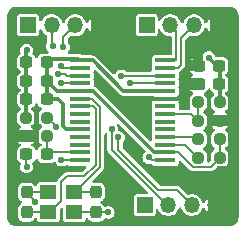
<source format=gbr>
%TF.GenerationSoftware,KiCad,Pcbnew,7.0.7*%
%TF.CreationDate,2023-08-27T10:12:23+07:00*%
%TF.ProjectId,TinyUSBHub,54696e79-5553-4424-9875-622e6b696361,rev?*%
%TF.SameCoordinates,Original*%
%TF.FileFunction,Copper,L1,Top*%
%TF.FilePolarity,Positive*%
%FSLAX46Y46*%
G04 Gerber Fmt 4.6, Leading zero omitted, Abs format (unit mm)*
G04 Created by KiCad (PCBNEW 7.0.7) date 2023-08-27 10:12:23*
%MOMM*%
%LPD*%
G01*
G04 APERTURE LIST*
G04 Aperture macros list*
%AMRoundRect*
0 Rectangle with rounded corners*
0 $1 Rounding radius*
0 $2 $3 $4 $5 $6 $7 $8 $9 X,Y pos of 4 corners*
0 Add a 4 corners polygon primitive as box body*
4,1,4,$2,$3,$4,$5,$6,$7,$8,$9,$2,$3,0*
0 Add four circle primitives for the rounded corners*
1,1,$1+$1,$2,$3*
1,1,$1+$1,$4,$5*
1,1,$1+$1,$6,$7*
1,1,$1+$1,$8,$9*
0 Add four rect primitives between the rounded corners*
20,1,$1+$1,$2,$3,$4,$5,0*
20,1,$1+$1,$4,$5,$6,$7,0*
20,1,$1+$1,$6,$7,$8,$9,0*
20,1,$1+$1,$8,$9,$2,$3,0*%
G04 Aperture macros list end*
%TA.AperFunction,ComponentPad*%
%ADD10R,1.350000X1.350000*%
%TD*%
%TA.AperFunction,ComponentPad*%
%ADD11O,1.350000X1.350000*%
%TD*%
%TA.AperFunction,SMDPad,CuDef*%
%ADD12R,1.400000X1.200000*%
%TD*%
%TA.AperFunction,SMDPad,CuDef*%
%ADD13R,1.750000X0.450000*%
%TD*%
%TA.AperFunction,SMDPad,CuDef*%
%ADD14RoundRect,0.237500X-0.250000X-0.237500X0.250000X-0.237500X0.250000X0.237500X-0.250000X0.237500X0*%
%TD*%
%TA.AperFunction,SMDPad,CuDef*%
%ADD15RoundRect,0.237500X0.250000X0.237500X-0.250000X0.237500X-0.250000X-0.237500X0.250000X-0.237500X0*%
%TD*%
%TA.AperFunction,SMDPad,CuDef*%
%ADD16RoundRect,0.237500X0.237500X-0.300000X0.237500X0.300000X-0.237500X0.300000X-0.237500X-0.300000X0*%
%TD*%
%TA.AperFunction,SMDPad,CuDef*%
%ADD17RoundRect,0.237500X-0.237500X0.300000X-0.237500X-0.300000X0.237500X-0.300000X0.237500X0.300000X0*%
%TD*%
%TA.AperFunction,SMDPad,CuDef*%
%ADD18RoundRect,0.237500X0.300000X0.237500X-0.300000X0.237500X-0.300000X-0.237500X0.300000X-0.237500X0*%
%TD*%
%TA.AperFunction,SMDPad,CuDef*%
%ADD19RoundRect,0.237500X-0.300000X-0.237500X0.300000X-0.237500X0.300000X0.237500X-0.300000X0.237500X0*%
%TD*%
%TA.AperFunction,ViaPad*%
%ADD20C,0.560000*%
%TD*%
%TA.AperFunction,Conductor*%
%ADD21C,0.200000*%
%TD*%
%TA.AperFunction,Conductor*%
%ADD22C,0.300000*%
%TD*%
%TA.AperFunction,Conductor*%
%ADD23C,0.500000*%
%TD*%
G04 APERTURE END LIST*
D10*
%TO.P,J3,1,Pin_1*%
%TO.N,GND*%
X107525000Y-91350000D03*
D11*
%TO.P,J3,2,Pin_2*%
%TO.N,/D2+*%
X109525000Y-91350000D03*
%TO.P,J3,3,Pin_3*%
%TO.N,/D2-*%
X111525000Y-91350000D03*
%TO.P,J3,4,Pin_4*%
%TO.N,+5V*%
X113525000Y-91350000D03*
%TD*%
D10*
%TO.P,J2,1,Pin_1*%
%TO.N,GND*%
X117575000Y-91350000D03*
D11*
%TO.P,J2,2,Pin_2*%
%TO.N,/D1+*%
X119575000Y-91350000D03*
%TO.P,J2,3,Pin_3*%
%TO.N,/D1-*%
X121575000Y-91350000D03*
%TO.P,J2,4,Pin_4*%
%TO.N,+5V*%
X123575000Y-91350000D03*
%TD*%
D10*
%TO.P,J1,1,Pin_1*%
%TO.N,GND*%
X117400000Y-106575000D03*
D11*
%TO.P,J1,2,Pin_2*%
%TO.N,/D0+*%
X119400000Y-106575000D03*
%TO.P,J1,3,Pin_3*%
%TO.N,/D0-*%
X121400000Y-106575000D03*
%TO.P,J1,4,Pin_4*%
%TO.N,+5V*%
X123400000Y-106575000D03*
%TD*%
D12*
%TO.P,Y1,1,1*%
%TO.N,/XIN*%
X111450000Y-105475000D03*
%TO.P,Y1,2,2*%
%TO.N,GND*%
X109250000Y-105475000D03*
%TO.P,Y1,3,3*%
%TO.N,/XOUT*%
X109250000Y-107175000D03*
%TO.P,Y1,4,4*%
%TO.N,GND*%
X111450000Y-107175000D03*
%TD*%
D13*
%TO.P,U1,1,AVDD*%
%TO.N,+3V3*%
X111950000Y-94325000D03*
%TO.P,U1,2,DM2*%
%TO.N,/D2-*%
X111950000Y-94975000D03*
%TO.P,U1,3,DP2*%
%TO.N,/D2+*%
X111950000Y-95625000D03*
%TO.P,U1,4,RREF*%
%TO.N,Net-(U1-RREF)*%
X111950000Y-96275000D03*
%TO.P,U1,5,AVDD*%
%TO.N,+3V3*%
X111950000Y-96925000D03*
%TO.P,U1,6,X1*%
%TO.N,/XIN*%
X111950000Y-97575000D03*
%TO.P,U1,7,X2*%
%TO.N,/XOUT*%
X111950000Y-98225000D03*
%TO.P,U1,8,DM3*%
%TO.N,unconnected-(U1-DM3-Pad8)*%
X111950000Y-98875000D03*
%TO.P,U1,9,DP3*%
%TO.N,unconnected-(U1-DP3-Pad9)*%
X111950000Y-99525000D03*
%TO.P,U1,10,AVDD*%
%TO.N,+3V3*%
X111950000Y-100175000D03*
%TO.P,U1,11,DM4*%
%TO.N,unconnected-(U1-DM4-Pad11)*%
X111950000Y-100825000D03*
%TO.P,U1,12,DP4*%
%TO.N,unconnected-(U1-DP4-Pad12)*%
X111950000Y-101475000D03*
%TO.P,U1,13,RESET*%
%TO.N,Net-(U1-RESET)*%
X111950000Y-102125000D03*
%TO.P,U1,14,TEST*%
%TO.N,GND*%
X111950000Y-102775000D03*
%TO.P,U1,15,GND*%
X119150000Y-102775000D03*
%TO.P,U1,16,DVDD*%
%TO.N,+3V3*%
X119150000Y-102125000D03*
%TO.P,U1,17,PSELF*%
%TO.N,Net-(U1-PSELF)*%
X119150000Y-101475000D03*
%TO.P,U1,18,PGANG*%
%TO.N,Net-(U1-PGANG)*%
X119150000Y-100825000D03*
%TO.P,U1,19,OVCUR2*%
%TO.N,unconnected-(U1-OVCUR2-Pad19)*%
X119150000Y-100175000D03*
%TO.P,U1,20,PWREN2*%
%TO.N,unconnected-(U1-PWREN2-Pad20)*%
X119150000Y-99525000D03*
%TO.P,U1,21,OVCUR1*%
%TO.N,Net-(U1-OVCUR1)*%
X119150000Y-98875000D03*
%TO.P,U1,22,PWREN1*%
%TO.N,unconnected-(U1-PWREN1-Pad22)*%
X119150000Y-98225000D03*
%TO.P,U1,23,5V*%
%TO.N,+5V*%
X119150000Y-97575000D03*
%TO.P,U1,24,3.3V*%
%TO.N,+3V3*%
X119150000Y-96925000D03*
%TO.P,U1,25,DM0*%
%TO.N,/D0-*%
X119150000Y-96275000D03*
%TO.P,U1,26,DP0*%
%TO.N,/D0+*%
X119150000Y-95625000D03*
%TO.P,U1,27,DM1*%
%TO.N,/D1-*%
X119150000Y-94975000D03*
%TO.P,U1,28,DP1*%
%TO.N,/D1+*%
X119150000Y-94325000D03*
%TD*%
D14*
%TO.P,R7,1*%
%TO.N,Net-(U1-OVCUR1)*%
X121937500Y-99450000D03*
%TO.P,R7,2*%
%TO.N,+5V*%
X123762500Y-99450000D03*
%TD*%
%TO.P,R6,1*%
%TO.N,Net-(U1-OVCUR1)*%
X121937500Y-97893000D03*
%TO.P,R6,2*%
%TO.N,GND*%
X123762500Y-97893000D03*
%TD*%
D15*
%TO.P,R5,1*%
%TO.N,+3V3*%
X123762500Y-101007000D03*
%TO.P,R5,2*%
%TO.N,Net-(U1-PGANG)*%
X121937500Y-101007000D03*
%TD*%
%TO.P,R4,1*%
%TO.N,+3V3*%
X123762500Y-102564000D03*
%TO.P,R4,2*%
%TO.N,Net-(U1-PSELF)*%
X121937500Y-102564000D03*
%TD*%
D14*
%TO.P,R3,1*%
%TO.N,GND*%
X107337500Y-99167000D03*
%TO.P,R3,2*%
%TO.N,Net-(U1-RREF)*%
X109162500Y-99167000D03*
%TD*%
D15*
%TO.P,R1,1*%
%TO.N,Net-(U1-RESET)*%
X109162500Y-100726000D03*
%TO.P,R1,2*%
%TO.N,+5V*%
X107337500Y-100726000D03*
%TD*%
D16*
%TO.P,C12,1*%
%TO.N,/XOUT*%
X107400000Y-107187500D03*
%TO.P,C12,2*%
%TO.N,GND*%
X107400000Y-105462500D03*
%TD*%
D17*
%TO.P,C11,1*%
%TO.N,/XIN*%
X113300000Y-105462500D03*
%TO.P,C11,2*%
%TO.N,GND*%
X113300000Y-107187500D03*
%TD*%
D18*
%TO.P,C6,1*%
%TO.N,Net-(U1-RESET)*%
X109112500Y-102285000D03*
%TO.P,C6,2*%
%TO.N,GND*%
X107387500Y-102285000D03*
%TD*%
%TO.P,C5,1*%
%TO.N,+3V3*%
X109112500Y-94490000D03*
%TO.P,C5,2*%
%TO.N,GND*%
X107387500Y-94490000D03*
%TD*%
%TO.P,C4,1*%
%TO.N,+3V3*%
X109112500Y-96049000D03*
%TO.P,C4,2*%
%TO.N,GND*%
X107387500Y-96049000D03*
%TD*%
D19*
%TO.P,C3,1*%
%TO.N,+5V*%
X121987500Y-96336000D03*
%TO.P,C3,2*%
%TO.N,GND*%
X123712500Y-96336000D03*
%TD*%
D18*
%TO.P,C2,1*%
%TO.N,+3V3*%
X109112500Y-97608000D03*
%TO.P,C2,2*%
%TO.N,GND*%
X107387500Y-97608000D03*
%TD*%
D19*
%TO.P,C1,1*%
%TO.N,+5V*%
X121987500Y-94779000D03*
%TO.P,C1,2*%
%TO.N,GND*%
X123712500Y-94779000D03*
%TD*%
D20*
%TO.N,+5V*%
X118840000Y-104610000D03*
X115759000Y-98510000D03*
%TO.N,/D0-*%
X116175000Y-96204500D03*
X115179500Y-100850000D03*
%TO.N,/D0+*%
X115425000Y-95625000D03*
X114600000Y-100150000D03*
%TO.N,/D2-*%
X110340804Y-94804500D03*
X110525000Y-93200000D03*
%TO.N,/D2+*%
X110063526Y-95511075D03*
X109600000Y-93150000D03*
%TO.N,GND*%
X122841554Y-94086402D03*
X117754876Y-102545124D03*
X114325000Y-107200000D03*
X108138831Y-106328299D03*
X110350000Y-102775000D03*
X107400000Y-103350000D03*
X107400000Y-93475000D03*
%TO.N,Net-(U1-RREF)*%
X110325000Y-96275000D03*
X109880000Y-99930000D03*
%TD*%
D21*
%TO.N,/D0-*%
X121400000Y-106575000D02*
X120125000Y-105300000D01*
X120125000Y-105300000D02*
X118555686Y-105300000D01*
X118555686Y-105300000D02*
X115179500Y-101923814D01*
X115179500Y-101923814D02*
X115179500Y-100850000D01*
%TO.N,/D0+*%
X119400000Y-106575000D02*
X119265000Y-106575000D01*
X119265000Y-106575000D02*
X114600000Y-101910000D01*
X114600000Y-101910000D02*
X114600000Y-100150000D01*
D22*
%TO.N,+3V3*%
X109112500Y-97608000D02*
X110058000Y-97608000D01*
X110058000Y-97608000D02*
X110510000Y-98060000D01*
X110510000Y-98060000D02*
X110510000Y-99910000D01*
X110510000Y-99910000D02*
X110775000Y-100175000D01*
X110775000Y-100175000D02*
X111950000Y-100175000D01*
D21*
%TO.N,Net-(U1-RREF)*%
X109880000Y-99930000D02*
X109880000Y-99884500D01*
X109880000Y-99884500D02*
X109162500Y-99167000D01*
%TO.N,/D1-*%
X121575000Y-91350000D02*
X120450000Y-92475000D01*
X120450000Y-92475000D02*
X120450000Y-94725000D01*
X120450000Y-94725000D02*
X120200000Y-94975000D01*
X120200000Y-94975000D02*
X119150000Y-94975000D01*
%TO.N,/D1+*%
X119575000Y-91350000D02*
X120050000Y-91825000D01*
X120050000Y-91825000D02*
X120050000Y-94325000D01*
X120050000Y-94325000D02*
X119150000Y-94325000D01*
D22*
%TO.N,GND*%
X123534152Y-94779000D02*
X122841554Y-94086402D01*
D21*
X117754876Y-102545124D02*
X117984752Y-102775000D01*
X117984752Y-102775000D02*
X119150000Y-102775000D01*
%TO.N,/D2-*%
X110511304Y-94975000D02*
X111950000Y-94975000D01*
X110340804Y-94804500D02*
X110511304Y-94975000D01*
D22*
%TO.N,+3V3*%
X109277500Y-94325000D02*
X109427500Y-94175000D01*
X109427500Y-94175000D02*
X111800000Y-94175000D01*
X111800000Y-94175000D02*
X111950000Y-94325000D01*
D21*
%TO.N,/D0-*%
X116245500Y-96275000D02*
X119150000Y-96275000D01*
X116175000Y-96204500D02*
X116245500Y-96275000D01*
%TO.N,/D0+*%
X115425000Y-95625000D02*
X119150000Y-95625000D01*
%TO.N,/D2-*%
X111525000Y-91350000D02*
X110525000Y-92350000D01*
X110525000Y-92350000D02*
X110525000Y-93200000D01*
%TO.N,/D2+*%
X110063526Y-95511075D02*
X110686075Y-95511075D01*
X110686075Y-95511075D02*
X110800000Y-95625000D01*
X110800000Y-95625000D02*
X111950000Y-95625000D01*
X109525000Y-91350000D02*
X109525000Y-93075000D01*
X109525000Y-93075000D02*
X109600000Y-93150000D01*
%TO.N,GND*%
X108138831Y-106328299D02*
X108138831Y-106201331D01*
X108138831Y-106201331D02*
X107400000Y-105462500D01*
%TO.N,/XOUT*%
X109250000Y-107175000D02*
X109450000Y-107175000D01*
X109450000Y-107175000D02*
X110350000Y-106275000D01*
X112250000Y-104150000D02*
X113250000Y-103150000D01*
X110350000Y-106275000D02*
X110350000Y-104650000D01*
X113025000Y-98225000D02*
X111950000Y-98225000D01*
X110850000Y-104150000D02*
X112250000Y-104150000D01*
X110350000Y-104650000D02*
X110850000Y-104150000D01*
X113250000Y-103150000D02*
X113250000Y-98450000D01*
X113250000Y-98450000D02*
X113025000Y-98225000D01*
%TO.N,/XIN*%
X111450000Y-105475000D02*
X111490685Y-105475000D01*
X111490685Y-105475000D02*
X113650000Y-103315685D01*
X113650000Y-103315685D02*
X113650000Y-98284314D01*
X112940686Y-97575000D02*
X111950000Y-97575000D01*
X113650000Y-98284314D02*
X112940686Y-97575000D01*
%TO.N,GND*%
X111950000Y-102775000D02*
X110350000Y-102775000D01*
D22*
%TO.N,+3V3*%
X109112500Y-97608000D02*
X109112500Y-94490000D01*
D21*
%TO.N,GND*%
X123712500Y-94779000D02*
X123534152Y-94779000D01*
D22*
X123762500Y-97893000D02*
X123762500Y-94829000D01*
D21*
X123762500Y-94829000D02*
X123712500Y-94779000D01*
%TO.N,+3V3*%
X123762500Y-102564000D02*
X123762500Y-101007000D01*
X119150000Y-102125000D02*
X120250860Y-102125000D01*
X120250860Y-102125000D02*
X121464860Y-103339000D01*
X121464860Y-103339000D02*
X122987500Y-103339000D01*
X122987500Y-103339000D02*
X123762500Y-102564000D01*
%TO.N,GND*%
X114312500Y-107187500D02*
X114325000Y-107200000D01*
X113300000Y-107187500D02*
X114312500Y-107187500D01*
X107387500Y-103337500D02*
X107400000Y-103350000D01*
X107387500Y-102285000D02*
X107387500Y-103337500D01*
X107387500Y-93487500D02*
X107400000Y-93475000D01*
D22*
X107387500Y-94490000D02*
X107387500Y-93487500D01*
%TO.N,+3V3*%
X111950000Y-96925000D02*
X113025000Y-96925000D01*
X113025000Y-96925000D02*
X118225000Y-102125000D01*
X118225000Y-102125000D02*
X119150000Y-102125000D01*
X119150000Y-96925000D02*
X115600000Y-96925000D01*
X115600000Y-96925000D02*
X113000000Y-94325000D01*
X113000000Y-94325000D02*
X111950000Y-94325000D01*
D21*
%TO.N,Net-(U1-OVCUR1)*%
X121937500Y-99450000D02*
X121937500Y-97893000D01*
X119150000Y-98875000D02*
X121362500Y-98875000D01*
X121362500Y-98875000D02*
X121937500Y-99450000D01*
%TO.N,Net-(U1-PGANG)*%
X119150000Y-100825000D02*
X121755500Y-100825000D01*
X121755500Y-100825000D02*
X121937500Y-101007000D01*
%TO.N,Net-(U1-PSELF)*%
X119150000Y-101475000D02*
X120848500Y-101475000D01*
X120848500Y-101475000D02*
X121937500Y-102564000D01*
%TO.N,GND*%
X111450000Y-107175000D02*
X113287500Y-107175000D01*
X113287500Y-107175000D02*
X113300000Y-107187500D01*
X107400000Y-105462500D02*
X109237500Y-105462500D01*
X109237500Y-105462500D02*
X109250000Y-105475000D01*
%TO.N,/XOUT*%
X109250000Y-107175000D02*
X107412500Y-107175000D01*
X107412500Y-107175000D02*
X107400000Y-107187500D01*
%TO.N,/XIN*%
X113300000Y-105462500D02*
X111462500Y-105462500D01*
X111462500Y-105462500D02*
X111450000Y-105475000D01*
D22*
%TO.N,GND*%
X107387500Y-94490000D02*
X107387500Y-99117000D01*
D21*
X107387500Y-99117000D02*
X107337500Y-99167000D01*
D23*
%TO.N,+5V*%
X107337500Y-100726000D02*
X107526000Y-100726000D01*
D21*
%TO.N,Net-(U1-RREF)*%
X110325000Y-96275000D02*
X111950000Y-96275000D01*
D22*
%TO.N,+3V3*%
X109112500Y-96049000D02*
X109988500Y-96925000D01*
X109988500Y-96925000D02*
X111950000Y-96925000D01*
D21*
X109112500Y-94490000D02*
X109277500Y-94325000D01*
%TO.N,Net-(U1-RESET)*%
X109112500Y-102285000D02*
X109272500Y-102125000D01*
X109272500Y-102125000D02*
X111950000Y-102125000D01*
X109162500Y-100726000D02*
X109162500Y-102235000D01*
X109162500Y-102235000D02*
X109112500Y-102285000D01*
%TD*%
%TA.AperFunction,Conductor*%
%TO.N,+5V*%
G36*
X124553032Y-89775799D02*
G01*
X124604522Y-89780869D01*
X124693824Y-89789665D01*
X124717652Y-89794404D01*
X124844277Y-89832815D01*
X124866725Y-89842114D01*
X124983406Y-89904482D01*
X125003616Y-89917986D01*
X125105891Y-90001920D01*
X125123079Y-90019108D01*
X125207012Y-90121381D01*
X125220517Y-90141593D01*
X125282883Y-90258271D01*
X125292186Y-90280728D01*
X125330593Y-90407338D01*
X125335335Y-90431180D01*
X125349201Y-90571967D01*
X125349500Y-90578048D01*
X125349500Y-107571951D01*
X125349201Y-107578032D01*
X125335335Y-107718819D01*
X125330593Y-107742661D01*
X125292186Y-107869271D01*
X125282883Y-107891728D01*
X125220517Y-108008406D01*
X125207012Y-108028618D01*
X125123079Y-108130891D01*
X125105891Y-108148079D01*
X125003618Y-108232012D01*
X124983406Y-108245517D01*
X124866728Y-108307883D01*
X124844271Y-108317186D01*
X124717661Y-108355593D01*
X124693819Y-108360335D01*
X124553033Y-108374201D01*
X124546952Y-108374500D01*
X106553048Y-108374500D01*
X106546967Y-108374201D01*
X106406180Y-108360335D01*
X106382340Y-108355593D01*
X106255728Y-108317186D01*
X106233271Y-108307883D01*
X106116593Y-108245517D01*
X106096381Y-108232012D01*
X105994108Y-108148079D01*
X105976920Y-108130891D01*
X105892986Y-108028616D01*
X105879482Y-108008406D01*
X105817114Y-107891725D01*
X105807815Y-107869277D01*
X105769404Y-107742652D01*
X105764665Y-107718824D01*
X105756635Y-107637293D01*
X105750799Y-107578031D01*
X105750500Y-107571951D01*
X105750500Y-102569190D01*
X106599500Y-102569190D01*
X106605748Y-102627299D01*
X106635179Y-102706205D01*
X106654788Y-102758778D01*
X106738884Y-102871116D01*
X106851222Y-102955212D01*
X106851225Y-102955213D01*
X106859002Y-102959460D01*
X106858275Y-102960789D01*
X106906361Y-102996782D01*
X106930782Y-103062246D01*
X106921659Y-103118550D01*
X106883155Y-103211508D01*
X106883153Y-103211513D01*
X106864922Y-103349998D01*
X106864922Y-103350001D01*
X106883153Y-103488486D01*
X106883154Y-103488488D01*
X106929285Y-103599859D01*
X106936609Y-103617539D01*
X107021643Y-103728357D01*
X107132461Y-103813391D01*
X107261512Y-103866846D01*
X107330756Y-103875962D01*
X107399999Y-103885078D01*
X107400000Y-103885078D01*
X107400001Y-103885078D01*
X107446162Y-103879000D01*
X107538488Y-103866846D01*
X107667539Y-103813391D01*
X107778357Y-103728357D01*
X107863391Y-103617539D01*
X107916846Y-103488488D01*
X107929529Y-103392147D01*
X107935078Y-103350001D01*
X107935078Y-103349998D01*
X107920384Y-103238390D01*
X107916846Y-103211512D01*
X107874167Y-103108478D01*
X107866699Y-103039011D01*
X107897974Y-102976531D01*
X107917378Y-102961462D01*
X107916678Y-102960527D01*
X107923778Y-102955212D01*
X108036116Y-102871116D01*
X108120212Y-102758778D01*
X108133819Y-102722295D01*
X108175690Y-102666364D01*
X108241154Y-102641947D01*
X108309427Y-102656799D01*
X108358832Y-102706205D01*
X108366178Y-102722288D01*
X108379788Y-102758778D01*
X108463884Y-102871116D01*
X108576222Y-102955212D01*
X108662669Y-102987455D01*
X108707700Y-103004251D01*
X108765809Y-103010499D01*
X108765826Y-103010500D01*
X109459174Y-103010500D01*
X109459190Y-103010499D01*
X109517299Y-103004251D01*
X109537324Y-102996782D01*
X109648778Y-102955212D01*
X109674919Y-102935642D01*
X109740382Y-102911224D01*
X109808655Y-102926074D01*
X109858062Y-102975478D01*
X109863792Y-102987455D01*
X109885147Y-103039011D01*
X109886609Y-103042539D01*
X109971643Y-103153357D01*
X110082461Y-103238391D01*
X110211512Y-103291846D01*
X110280755Y-103300962D01*
X110349999Y-103310078D01*
X110350000Y-103310078D01*
X110350001Y-103310078D01*
X110396162Y-103304000D01*
X110488488Y-103291846D01*
X110617539Y-103238391D01*
X110721052Y-103158961D01*
X110786221Y-103133767D01*
X110854666Y-103147805D01*
X110883696Y-103174036D01*
X110885766Y-103171967D01*
X110894396Y-103180597D01*
X110894399Y-103180601D01*
X110977260Y-103235966D01*
X110977263Y-103235966D01*
X110977264Y-103235967D01*
X111050321Y-103250499D01*
X111050324Y-103250500D01*
X111050326Y-103250500D01*
X112354457Y-103250500D01*
X112421496Y-103270185D01*
X112467251Y-103322989D01*
X112477195Y-103392147D01*
X112448170Y-103455703D01*
X112442143Y-103462175D01*
X112286783Y-103617535D01*
X112141137Y-103763181D01*
X112079814Y-103796666D01*
X112053456Y-103799500D01*
X110899211Y-103799500D01*
X110873765Y-103796861D01*
X110872835Y-103796666D01*
X110864685Y-103794957D01*
X110864684Y-103794957D01*
X110864682Y-103794957D01*
X110832061Y-103799023D01*
X110824385Y-103799500D01*
X110820960Y-103799500D01*
X110799457Y-103803087D01*
X110748608Y-103809426D01*
X110741570Y-103811521D01*
X110734622Y-103813906D01*
X110689555Y-103838295D01*
X110643512Y-103860803D01*
X110637566Y-103865048D01*
X110631742Y-103869581D01*
X110597042Y-103907275D01*
X110136955Y-104367361D01*
X110117106Y-104383482D01*
X110109331Y-104388562D01*
X110089143Y-104414498D01*
X110084067Y-104420248D01*
X110081634Y-104422681D01*
X110081623Y-104422694D01*
X110068954Y-104440438D01*
X110037483Y-104480872D01*
X110033975Y-104487353D01*
X110030760Y-104493932D01*
X110018270Y-104535884D01*
X109980274Y-104594519D01*
X109916609Y-104623304D01*
X109899426Y-104624500D01*
X108525323Y-104624500D01*
X108452264Y-104639032D01*
X108452260Y-104639033D01*
X108369399Y-104694399D01*
X108314033Y-104777260D01*
X108314032Y-104777264D01*
X108299500Y-104850321D01*
X108299500Y-104860304D01*
X108279815Y-104927343D01*
X108227011Y-104973098D01*
X108157853Y-104983042D01*
X108094297Y-104954017D01*
X108076832Y-104932344D01*
X108075527Y-104933322D01*
X108070210Y-104926219D01*
X107986116Y-104813884D01*
X107918612Y-104763351D01*
X107873780Y-104729789D01*
X107873778Y-104729788D01*
X107847144Y-104719854D01*
X107742299Y-104680748D01*
X107684190Y-104674500D01*
X107684174Y-104674500D01*
X107115826Y-104674500D01*
X107115809Y-104674500D01*
X107057700Y-104680748D01*
X106926219Y-104729789D01*
X106813884Y-104813884D01*
X106729789Y-104926219D01*
X106680748Y-105057700D01*
X106674500Y-105115809D01*
X106674500Y-105809190D01*
X106680748Y-105867299D01*
X106729789Y-105998780D01*
X106751892Y-106028305D01*
X106813884Y-106111116D01*
X106926222Y-106195212D01*
X106950198Y-106204154D01*
X106962703Y-106208819D01*
X107018636Y-106250691D01*
X107043052Y-106316155D01*
X107028200Y-106384428D01*
X106978794Y-106433833D01*
X106962703Y-106441181D01*
X106926221Y-106454788D01*
X106813884Y-106538884D01*
X106729789Y-106651219D01*
X106680748Y-106782700D01*
X106674500Y-106840809D01*
X106674500Y-107534190D01*
X106680748Y-107592299D01*
X106692862Y-107624776D01*
X106727938Y-107718819D01*
X106729789Y-107723780D01*
X106763351Y-107768612D01*
X106813884Y-107836116D01*
X106926222Y-107920212D01*
X107018594Y-107954665D01*
X107057700Y-107969251D01*
X107115809Y-107975499D01*
X107115826Y-107975500D01*
X107684174Y-107975500D01*
X107684190Y-107975499D01*
X107742299Y-107969251D01*
X107742298Y-107969251D01*
X107873778Y-107920212D01*
X107986116Y-107836116D01*
X108070212Y-107723778D01*
X108070212Y-107723777D01*
X108075527Y-107716678D01*
X108078237Y-107718707D01*
X108116036Y-107680883D01*
X108184304Y-107666008D01*
X108249776Y-107690402D01*
X108291667Y-107746321D01*
X108299500Y-107789695D01*
X108299500Y-107799678D01*
X108314032Y-107872735D01*
X108314033Y-107872739D01*
X108314034Y-107872740D01*
X108369399Y-107955601D01*
X108448429Y-108008406D01*
X108452260Y-108010966D01*
X108452264Y-108010967D01*
X108525321Y-108025499D01*
X108525324Y-108025500D01*
X108525326Y-108025500D01*
X109974676Y-108025500D01*
X109974677Y-108025499D01*
X110047740Y-108010966D01*
X110130601Y-107955601D01*
X110185966Y-107872740D01*
X110200500Y-107799674D01*
X110200500Y-106971543D01*
X110220185Y-106904504D01*
X110236815Y-106883866D01*
X110287820Y-106832861D01*
X110349142Y-106799377D01*
X110418834Y-106804361D01*
X110474767Y-106846233D01*
X110499184Y-106911697D01*
X110499500Y-106920543D01*
X110499499Y-107799676D01*
X110499500Y-107799678D01*
X110514032Y-107872735D01*
X110514033Y-107872739D01*
X110514034Y-107872740D01*
X110569399Y-107955601D01*
X110648429Y-108008406D01*
X110652260Y-108010966D01*
X110652264Y-108010967D01*
X110725321Y-108025499D01*
X110725324Y-108025500D01*
X110725326Y-108025500D01*
X112174676Y-108025500D01*
X112174677Y-108025499D01*
X112247740Y-108010966D01*
X112330601Y-107955601D01*
X112385966Y-107872740D01*
X112400500Y-107799674D01*
X112400500Y-107789695D01*
X112420185Y-107722656D01*
X112472989Y-107676901D01*
X112542147Y-107666957D01*
X112605703Y-107695982D01*
X112623164Y-107717657D01*
X112624473Y-107716678D01*
X112629787Y-107723777D01*
X112629788Y-107723778D01*
X112713884Y-107836116D01*
X112826222Y-107920212D01*
X112918594Y-107954665D01*
X112957700Y-107969251D01*
X113015809Y-107975499D01*
X113015826Y-107975500D01*
X113584174Y-107975500D01*
X113584190Y-107975499D01*
X113642299Y-107969251D01*
X113642298Y-107969250D01*
X113773778Y-107920212D01*
X113886116Y-107836116D01*
X113967643Y-107727208D01*
X114023576Y-107685339D01*
X114093268Y-107680355D01*
X114114358Y-107686959D01*
X114186512Y-107716846D01*
X114201499Y-107718819D01*
X114324999Y-107735078D01*
X114325000Y-107735078D01*
X114325001Y-107735078D01*
X114384764Y-107727210D01*
X114463488Y-107716846D01*
X114592539Y-107663391D01*
X114703357Y-107578357D01*
X114788391Y-107467539D01*
X114841846Y-107338488D01*
X114860078Y-107200000D01*
X114841846Y-107061512D01*
X114788391Y-106932461D01*
X114703357Y-106821643D01*
X114592539Y-106736609D01*
X114592535Y-106736607D01*
X114463488Y-106683154D01*
X114463486Y-106683153D01*
X114325001Y-106664922D01*
X114324999Y-106664922D01*
X114186513Y-106683153D01*
X114186508Y-106683155D01*
X114127234Y-106707707D01*
X114057764Y-106715176D01*
X113995285Y-106683900D01*
X113970949Y-106652572D01*
X113970211Y-106651221D01*
X113947723Y-106621181D01*
X113886116Y-106538884D01*
X113803797Y-106477260D01*
X113773780Y-106454789D01*
X113773778Y-106454788D01*
X113737295Y-106441180D01*
X113681364Y-106399310D01*
X113656947Y-106333846D01*
X113671799Y-106265573D01*
X113721205Y-106216168D01*
X113737288Y-106208821D01*
X113773778Y-106195212D01*
X113886116Y-106111116D01*
X113970212Y-105998778D01*
X114019251Y-105867299D01*
X114019250Y-105867298D01*
X114025499Y-105809190D01*
X114025500Y-105809173D01*
X114025500Y-105115826D01*
X114025499Y-105115809D01*
X114019251Y-105057700D01*
X113993061Y-104987483D01*
X113970212Y-104926222D01*
X113886116Y-104813884D01*
X113818612Y-104763351D01*
X113773780Y-104729789D01*
X113773778Y-104729788D01*
X113747144Y-104719854D01*
X113642299Y-104680748D01*
X113584190Y-104674500D01*
X113584174Y-104674500D01*
X113086229Y-104674500D01*
X113019190Y-104654815D01*
X112973435Y-104602011D01*
X112963491Y-104532853D01*
X112992516Y-104469297D01*
X112998548Y-104462819D01*
X113623071Y-103838295D01*
X113863046Y-103598319D01*
X113882902Y-103582196D01*
X113890669Y-103577122D01*
X113910873Y-103551162D01*
X113915941Y-103545424D01*
X113918376Y-103542991D01*
X113922162Y-103537687D01*
X113931048Y-103525243D01*
X113962513Y-103484816D01*
X113962512Y-103484816D01*
X113962517Y-103484811D01*
X113962519Y-103484804D01*
X113965982Y-103478403D01*
X113966021Y-103478325D01*
X113966058Y-103478255D01*
X113969235Y-103471757D01*
X113969240Y-103471751D01*
X113983860Y-103422641D01*
X114000500Y-103374173D01*
X114000499Y-103374168D01*
X114001695Y-103367001D01*
X114001703Y-103366944D01*
X114001709Y-103366908D01*
X114002617Y-103359634D01*
X114000500Y-103308442D01*
X114000500Y-101931438D01*
X114009976Y-101899164D01*
X114000888Y-101875362D01*
X114000500Y-101865558D01*
X114000500Y-100605449D01*
X114020185Y-100538410D01*
X114072989Y-100492655D01*
X114142147Y-100482711D01*
X114205703Y-100511736D01*
X114222878Y-100529965D01*
X114223877Y-100531267D01*
X114249069Y-100596437D01*
X114249499Y-100606751D01*
X114249499Y-101860788D01*
X114246866Y-101886206D01*
X114245867Y-101890976D01*
X114243164Y-101896017D01*
X114243477Y-101896503D01*
X114247548Y-101916099D01*
X114249023Y-101927937D01*
X114249500Y-101935614D01*
X114249500Y-101939038D01*
X114253087Y-101960541D01*
X114259427Y-102011393D01*
X114261520Y-102018426D01*
X114263908Y-102025381D01*
X114288295Y-102070444D01*
X114310801Y-102116483D01*
X114315065Y-102122455D01*
X114319580Y-102128256D01*
X114357275Y-102162958D01*
X117632137Y-105437819D01*
X117665622Y-105499142D01*
X117660638Y-105568834D01*
X117618766Y-105624767D01*
X117553302Y-105649184D01*
X117544456Y-105649500D01*
X116700323Y-105649500D01*
X116627264Y-105664032D01*
X116627260Y-105664033D01*
X116544399Y-105719399D01*
X116489033Y-105802260D01*
X116489032Y-105802264D01*
X116474500Y-105875321D01*
X116474500Y-107274678D01*
X116489032Y-107347735D01*
X116489033Y-107347739D01*
X116489034Y-107347740D01*
X116544399Y-107430601D01*
X116588475Y-107460051D01*
X116627260Y-107485966D01*
X116627264Y-107485967D01*
X116700321Y-107500499D01*
X116700324Y-107500500D01*
X116700326Y-107500500D01*
X118099676Y-107500500D01*
X118099677Y-107500499D01*
X118172740Y-107485966D01*
X118255601Y-107430601D01*
X118310966Y-107347740D01*
X118325500Y-107274674D01*
X118325499Y-107027683D01*
X118345183Y-106960647D01*
X118397987Y-106914892D01*
X118467146Y-106904948D01*
X118530701Y-106933973D01*
X118556886Y-106965686D01*
X118647129Y-107121990D01*
X118647128Y-107121990D01*
X118777302Y-107266564D01*
X118777305Y-107266566D01*
X118777308Y-107266569D01*
X118876293Y-107338486D01*
X118934702Y-107380923D01*
X119002926Y-107411297D01*
X119112429Y-107460051D01*
X119302726Y-107500500D01*
X119497274Y-107500500D01*
X119687571Y-107460051D01*
X119865299Y-107380922D01*
X120022692Y-107266569D01*
X120152870Y-107121992D01*
X120250144Y-106953508D01*
X120282068Y-106855252D01*
X120321506Y-106797576D01*
X120385864Y-106770377D01*
X120454711Y-106782291D01*
X120506187Y-106829535D01*
X120517931Y-106855252D01*
X120549855Y-106953507D01*
X120549857Y-106953511D01*
X120630159Y-107092597D01*
X120647130Y-107121992D01*
X120692476Y-107172354D01*
X120777302Y-107266564D01*
X120777305Y-107266566D01*
X120777308Y-107266569D01*
X120876293Y-107338486D01*
X120934702Y-107380923D01*
X121002926Y-107411297D01*
X121112429Y-107460051D01*
X121302726Y-107500500D01*
X121497274Y-107500500D01*
X121687571Y-107460051D01*
X121865299Y-107380922D01*
X122022692Y-107266569D01*
X122152870Y-107121992D01*
X122250144Y-106953508D01*
X122282333Y-106854437D01*
X122321767Y-106796767D01*
X122386125Y-106769568D01*
X122454972Y-106781482D01*
X122506448Y-106828725D01*
X122518193Y-106854441D01*
X122550314Y-106953300D01*
X122550316Y-106953304D01*
X122647534Y-107121692D01*
X122725000Y-107207725D01*
X122725000Y-106575003D01*
X122995014Y-106575003D01*
X123014833Y-106700143D01*
X123014833Y-106700144D01*
X123014834Y-106700147D01*
X123014835Y-106700148D01*
X123067934Y-106804361D01*
X123072360Y-106813046D01*
X123072363Y-106813050D01*
X123161949Y-106902636D01*
X123161953Y-106902639D01*
X123161955Y-106902641D01*
X123274852Y-106960165D01*
X123274853Y-106960165D01*
X123274855Y-106960166D01*
X123368514Y-106975000D01*
X123368519Y-106975000D01*
X123431486Y-106975000D01*
X123525144Y-106960166D01*
X123525145Y-106960165D01*
X123525148Y-106960165D01*
X123638045Y-106902641D01*
X123727641Y-106813045D01*
X123785165Y-106700148D01*
X123785166Y-106700143D01*
X123804986Y-106575003D01*
X123804986Y-106574996D01*
X123785166Y-106449856D01*
X123785166Y-106449855D01*
X123785165Y-106449853D01*
X123785165Y-106449852D01*
X123727641Y-106336955D01*
X123727639Y-106336953D01*
X123727636Y-106336949D01*
X123638050Y-106247363D01*
X123638046Y-106247360D01*
X123638045Y-106247359D01*
X123525148Y-106189835D01*
X123525147Y-106189834D01*
X123525144Y-106189833D01*
X123431486Y-106175000D01*
X123431481Y-106175000D01*
X123368519Y-106175000D01*
X123368514Y-106175000D01*
X123274855Y-106189833D01*
X123161953Y-106247360D01*
X123161949Y-106247363D01*
X123072363Y-106336949D01*
X123072360Y-106336953D01*
X123014833Y-106449855D01*
X123014833Y-106449856D01*
X122995014Y-106574996D01*
X122995014Y-106575003D01*
X122725000Y-106575003D01*
X122725000Y-105942271D01*
X122724999Y-105942271D01*
X122647540Y-106028298D01*
X122647535Y-106028305D01*
X122550316Y-106196695D01*
X122550314Y-106196699D01*
X122518193Y-106295558D01*
X122478755Y-106353233D01*
X122414396Y-106380431D01*
X122345550Y-106368516D01*
X122294074Y-106321272D01*
X122282332Y-106295558D01*
X122250144Y-106196492D01*
X122249404Y-106195211D01*
X122200852Y-106111115D01*
X122152870Y-106028008D01*
X122075672Y-105942271D01*
X122022697Y-105883435D01*
X122022694Y-105883433D01*
X122022693Y-105883432D01*
X122022692Y-105883431D01*
X121925752Y-105813000D01*
X121865297Y-105769076D01*
X121695378Y-105693425D01*
X121687571Y-105689949D01*
X121687569Y-105689948D01*
X121497274Y-105649500D01*
X121302726Y-105649500D01*
X121112428Y-105689949D01*
X121107854Y-105691435D01*
X121038013Y-105693425D01*
X120981864Y-105661182D01*
X120407637Y-105086955D01*
X120391511Y-105067098D01*
X120386437Y-105059331D01*
X120360487Y-105039133D01*
X120354741Y-105034059D01*
X120352307Y-105031625D01*
X120352306Y-105031624D01*
X120352305Y-105031623D01*
X120345848Y-105027013D01*
X120334561Y-105018955D01*
X120294126Y-104987483D01*
X120294122Y-104987481D01*
X120287648Y-104983977D01*
X120281069Y-104980760D01*
X120231954Y-104966138D01*
X120183486Y-104949498D01*
X120176269Y-104948294D01*
X120168953Y-104947382D01*
X120119725Y-104949419D01*
X120117769Y-104949500D01*
X118752230Y-104949500D01*
X118685191Y-104929815D01*
X118664549Y-104913181D01*
X115566319Y-101814951D01*
X115532834Y-101753628D01*
X115530000Y-101727270D01*
X115530000Y-101554484D01*
X115530000Y-101306749D01*
X115549683Y-101239714D01*
X115555624Y-101231266D01*
X115557855Y-101228358D01*
X115557857Y-101228357D01*
X115642891Y-101117539D01*
X115696346Y-100988488D01*
X115714578Y-100850000D01*
X115696346Y-100711512D01*
X115642891Y-100582461D01*
X115557857Y-100471643D01*
X115447039Y-100386609D01*
X115447035Y-100386607D01*
X115388566Y-100362388D01*
X115317988Y-100333154D01*
X115295489Y-100330192D01*
X115237430Y-100322548D01*
X115173534Y-100294281D01*
X115135063Y-100235956D01*
X115130677Y-100183426D01*
X115135078Y-100150000D01*
X115116846Y-100011512D01*
X115063391Y-99882461D01*
X115063390Y-99882459D01*
X115052004Y-99867621D01*
X115026809Y-99802452D01*
X115040847Y-99734007D01*
X115089661Y-99684017D01*
X115157752Y-99668353D01*
X115223502Y-99691989D01*
X115238060Y-99704453D01*
X117459783Y-101926176D01*
X117493268Y-101987499D01*
X117488284Y-102057191D01*
X117447589Y-102112232D01*
X117376521Y-102166764D01*
X117291483Y-102277588D01*
X117238030Y-102406635D01*
X117238029Y-102406637D01*
X117219798Y-102545122D01*
X117219798Y-102545125D01*
X117238029Y-102683610D01*
X117238030Y-102683612D01*
X117291485Y-102812663D01*
X117376519Y-102923481D01*
X117487337Y-103008515D01*
X117616388Y-103061970D01*
X117685632Y-103071086D01*
X117754875Y-103080202D01*
X117763005Y-103080202D01*
X117763005Y-103081912D01*
X117822371Y-103091167D01*
X117823991Y-103091944D01*
X117828681Y-103094236D01*
X117828686Y-103094240D01*
X117847015Y-103099697D01*
X117877797Y-103108862D01*
X117926258Y-103125498D01*
X117926264Y-103125500D01*
X117926270Y-103125500D01*
X117933520Y-103126710D01*
X117940797Y-103127617D01*
X117940797Y-103127616D01*
X117940798Y-103127617D01*
X117986267Y-103125736D01*
X118054060Y-103142632D01*
X118085483Y-103172249D01*
X118085766Y-103171967D01*
X118094396Y-103180597D01*
X118094399Y-103180601D01*
X118177260Y-103235966D01*
X118177263Y-103235966D01*
X118177264Y-103235967D01*
X118250321Y-103250499D01*
X118250324Y-103250500D01*
X118250326Y-103250500D01*
X120049676Y-103250500D01*
X120049677Y-103250499D01*
X120122740Y-103235966D01*
X120205601Y-103180601D01*
X120260966Y-103097740D01*
X120275500Y-103024674D01*
X120275500Y-102944684D01*
X120295185Y-102877645D01*
X120347989Y-102831890D01*
X120417147Y-102821946D01*
X120480703Y-102850971D01*
X120487181Y-102857003D01*
X121182222Y-103552044D01*
X121198346Y-103571899D01*
X121203423Y-103579669D01*
X121229368Y-103599862D01*
X121235120Y-103604942D01*
X121237553Y-103607375D01*
X121237556Y-103607377D01*
X121237557Y-103607378D01*
X121254421Y-103619418D01*
X121255294Y-103620041D01*
X121295734Y-103651517D01*
X121295736Y-103651517D01*
X121302108Y-103654966D01*
X121302165Y-103654994D01*
X121302238Y-103655033D01*
X121308789Y-103658235D01*
X121308794Y-103658239D01*
X121357893Y-103672856D01*
X121406372Y-103689500D01*
X121406380Y-103689500D01*
X121413565Y-103690699D01*
X121413598Y-103690704D01*
X121413652Y-103690713D01*
X121420906Y-103691617D01*
X121472091Y-103689500D01*
X122938289Y-103689500D01*
X122963734Y-103692138D01*
X122972815Y-103694043D01*
X122988505Y-103692087D01*
X123005439Y-103689977D01*
X123013115Y-103689500D01*
X123016535Y-103689500D01*
X123016540Y-103689500D01*
X123020108Y-103688904D01*
X123038039Y-103685913D01*
X123065458Y-103682494D01*
X123088893Y-103679573D01*
X123088902Y-103679568D01*
X123095951Y-103677470D01*
X123102877Y-103675092D01*
X123102881Y-103675092D01*
X123147944Y-103650704D01*
X123193984Y-103628198D01*
X123193987Y-103628194D01*
X123199953Y-103623935D01*
X123205754Y-103619419D01*
X123205758Y-103619418D01*
X123240457Y-103581724D01*
X123496362Y-103325819D01*
X123557686Y-103292334D01*
X123584044Y-103289500D01*
X124059174Y-103289500D01*
X124059190Y-103289499D01*
X124117299Y-103283251D01*
X124117299Y-103283250D01*
X124248778Y-103234212D01*
X124361116Y-103150116D01*
X124445212Y-103037778D01*
X124494251Y-102906299D01*
X124498034Y-102871115D01*
X124500499Y-102848190D01*
X124500500Y-102848173D01*
X124500500Y-102279826D01*
X124500499Y-102279809D01*
X124494251Y-102221700D01*
X124473762Y-102166767D01*
X124445212Y-102090222D01*
X124361116Y-101977884D01*
X124248778Y-101893788D01*
X124248777Y-101893787D01*
X124241678Y-101888473D01*
X124242636Y-101887192D01*
X124200372Y-101844933D01*
X124185516Y-101776661D01*
X124209929Y-101711196D01*
X124242203Y-101683229D01*
X124241678Y-101682527D01*
X124248778Y-101677212D01*
X124361116Y-101593116D01*
X124445212Y-101480778D01*
X124494251Y-101349299D01*
X124498287Y-101311758D01*
X124500499Y-101291190D01*
X124500500Y-101291173D01*
X124500500Y-100722826D01*
X124500499Y-100722809D01*
X124494251Y-100664700D01*
X124461472Y-100576818D01*
X124445212Y-100533222D01*
X124443748Y-100531267D01*
X124418650Y-100497740D01*
X124361116Y-100420884D01*
X124248778Y-100336788D01*
X124248777Y-100336787D01*
X124241678Y-100331473D01*
X124242534Y-100330328D01*
X124199846Y-100287648D01*
X124184988Y-100219377D01*
X124209399Y-100153910D01*
X124241920Y-100125729D01*
X124241436Y-100125083D01*
X124360760Y-100035757D01*
X124443672Y-99925000D01*
X123081328Y-99925000D01*
X123164239Y-100035757D01*
X123283564Y-100125083D01*
X123282661Y-100126288D01*
X123325157Y-100168783D01*
X123340010Y-100237056D01*
X123315594Y-100302521D01*
X123282873Y-100330873D01*
X123283322Y-100331473D01*
X123163884Y-100420884D01*
X123079789Y-100533219D01*
X123030748Y-100664700D01*
X123024500Y-100722809D01*
X123024500Y-101291190D01*
X123030748Y-101349299D01*
X123079789Y-101480780D01*
X123104702Y-101514059D01*
X123163884Y-101593116D01*
X123276222Y-101677212D01*
X123283322Y-101682527D01*
X123282363Y-101683806D01*
X123324630Y-101726073D01*
X123339482Y-101794346D01*
X123315065Y-101859811D01*
X123282796Y-101887771D01*
X123283322Y-101888473D01*
X123163884Y-101977884D01*
X123079789Y-102090219D01*
X123030748Y-102221700D01*
X123024500Y-102279809D01*
X123024500Y-102754955D01*
X123004815Y-102821994D01*
X122988181Y-102842636D01*
X122886928Y-102943889D01*
X122825605Y-102977374D01*
X122755913Y-102972390D01*
X122699980Y-102930518D01*
X122675563Y-102865054D01*
X122675425Y-102849561D01*
X122675498Y-102848184D01*
X122675500Y-102848174D01*
X122675500Y-102279826D01*
X122675499Y-102279809D01*
X122669251Y-102221700D01*
X122648762Y-102166767D01*
X122620212Y-102090222D01*
X122536116Y-101977884D01*
X122423778Y-101893788D01*
X122423777Y-101893787D01*
X122416678Y-101888473D01*
X122417636Y-101887192D01*
X122375372Y-101844933D01*
X122360516Y-101776661D01*
X122384929Y-101711196D01*
X122417203Y-101683229D01*
X122416678Y-101682527D01*
X122423778Y-101677212D01*
X122536116Y-101593116D01*
X122620212Y-101480778D01*
X122669251Y-101349299D01*
X122673287Y-101311758D01*
X122675499Y-101291190D01*
X122675500Y-101291173D01*
X122675500Y-100722826D01*
X122675499Y-100722809D01*
X122669251Y-100664700D01*
X122636472Y-100576818D01*
X122620212Y-100533222D01*
X122618748Y-100531267D01*
X122593650Y-100497740D01*
X122536116Y-100420884D01*
X122423778Y-100336788D01*
X122423777Y-100336787D01*
X122416678Y-100331473D01*
X122417636Y-100330192D01*
X122375372Y-100287933D01*
X122360516Y-100219661D01*
X122384929Y-100154196D01*
X122417203Y-100126229D01*
X122416678Y-100125527D01*
X122423778Y-100120212D01*
X122536116Y-100036116D01*
X122620212Y-99923778D01*
X122669251Y-99792299D01*
X122671146Y-99774673D01*
X122675499Y-99734190D01*
X122675500Y-99734173D01*
X122675500Y-99165826D01*
X122675499Y-99165809D01*
X122669251Y-99107700D01*
X122654665Y-99068594D01*
X122620212Y-98976222D01*
X122536116Y-98863884D01*
X122423778Y-98779788D01*
X122423777Y-98779787D01*
X122416678Y-98774473D01*
X122417636Y-98773192D01*
X122375372Y-98730933D01*
X122360516Y-98662661D01*
X122384929Y-98597196D01*
X122417203Y-98569229D01*
X122416678Y-98568527D01*
X122438408Y-98552260D01*
X122536116Y-98479116D01*
X122620212Y-98366778D01*
X122669251Y-98235299D01*
X122673679Y-98194114D01*
X122675499Y-98177190D01*
X122675500Y-98177173D01*
X122675500Y-97608826D01*
X122675499Y-97608809D01*
X122669251Y-97550700D01*
X122654665Y-97511594D01*
X122620212Y-97419222D01*
X122536116Y-97306884D01*
X122445247Y-97238860D01*
X122403378Y-97182928D01*
X122398394Y-97113236D01*
X122431879Y-97051913D01*
X122476227Y-97023413D01*
X122523536Y-97005767D01*
X122635758Y-96921758D01*
X122719766Y-96809537D01*
X122733549Y-96772584D01*
X122775420Y-96716649D01*
X122840884Y-96692231D01*
X122909157Y-96707082D01*
X122958563Y-96756486D01*
X122965913Y-96772579D01*
X122965915Y-96772584D01*
X122979788Y-96809778D01*
X123063884Y-96922116D01*
X123176222Y-97006212D01*
X123223297Y-97023770D01*
X123279230Y-97065640D01*
X123303647Y-97131105D01*
X123288795Y-97199378D01*
X123254275Y-97239217D01*
X123163884Y-97306883D01*
X123079789Y-97419219D01*
X123030748Y-97550700D01*
X123024500Y-97608809D01*
X123024500Y-98177190D01*
X123030748Y-98235299D01*
X123079789Y-98366780D01*
X123105032Y-98400500D01*
X123163884Y-98479116D01*
X123255554Y-98547740D01*
X123283322Y-98568527D01*
X123282464Y-98569671D01*
X123325150Y-98612345D01*
X123340011Y-98680616D01*
X123315603Y-98746084D01*
X123283080Y-98774271D01*
X123283564Y-98774917D01*
X123164239Y-98864242D01*
X123081327Y-98975000D01*
X124443672Y-98975000D01*
X124360760Y-98864242D01*
X124241436Y-98774917D01*
X124242338Y-98773711D01*
X124199839Y-98731210D01*
X124184989Y-98662937D01*
X124209408Y-98597473D01*
X124242127Y-98569127D01*
X124241678Y-98568527D01*
X124263408Y-98552260D01*
X124361116Y-98479116D01*
X124445212Y-98366778D01*
X124494251Y-98235299D01*
X124498679Y-98194114D01*
X124500499Y-98177190D01*
X124500500Y-98177173D01*
X124500500Y-97608826D01*
X124500499Y-97608809D01*
X124494251Y-97550700D01*
X124479665Y-97511594D01*
X124445212Y-97419222D01*
X124361116Y-97306884D01*
X124248778Y-97222788D01*
X124248777Y-97222787D01*
X124241678Y-97217473D01*
X124242636Y-97216192D01*
X124200372Y-97173933D01*
X124185516Y-97105661D01*
X124209929Y-97040196D01*
X124242203Y-97012229D01*
X124241678Y-97011527D01*
X124248778Y-97006212D01*
X124361116Y-96922116D01*
X124445212Y-96809778D01*
X124494251Y-96678299D01*
X124498894Y-96635115D01*
X124500499Y-96620190D01*
X124500500Y-96620173D01*
X124500500Y-96051826D01*
X124500499Y-96051809D01*
X124494251Y-95993700D01*
X124468928Y-95925807D01*
X124445212Y-95862222D01*
X124361116Y-95749884D01*
X124248778Y-95665788D01*
X124248777Y-95665787D01*
X124241678Y-95660473D01*
X124242636Y-95659192D01*
X124200372Y-95616933D01*
X124185516Y-95548661D01*
X124209929Y-95483196D01*
X124242203Y-95455229D01*
X124241678Y-95454527D01*
X124257724Y-95442515D01*
X124361116Y-95365116D01*
X124445212Y-95252778D01*
X124494251Y-95121299D01*
X124495664Y-95108153D01*
X124500499Y-95063190D01*
X124500500Y-95063173D01*
X124500500Y-94494826D01*
X124500499Y-94494809D01*
X124494251Y-94436700D01*
X124479665Y-94397594D01*
X124445212Y-94305222D01*
X124361116Y-94192884D01*
X124261351Y-94118200D01*
X124248780Y-94108789D01*
X124248778Y-94108788D01*
X124222144Y-94098854D01*
X124117299Y-94059748D01*
X124059190Y-94053500D01*
X124059174Y-94053500D01*
X123481045Y-94053500D01*
X123414006Y-94033815D01*
X123368251Y-93981011D01*
X123360965Y-93955639D01*
X123360503Y-93955764D01*
X123358400Y-93947915D01*
X123358400Y-93947914D01*
X123304945Y-93818863D01*
X123219911Y-93708045D01*
X123109093Y-93623011D01*
X123109089Y-93623009D01*
X122980042Y-93569556D01*
X122980040Y-93569555D01*
X122841555Y-93551324D01*
X122841553Y-93551324D01*
X122703067Y-93569555D01*
X122703065Y-93569556D01*
X122574018Y-93623009D01*
X122574015Y-93623010D01*
X122574015Y-93623011D01*
X122463197Y-93708045D01*
X122393089Y-93799412D01*
X122378161Y-93818866D01*
X122324708Y-93947913D01*
X122324707Y-93947915D01*
X122306476Y-94086400D01*
X122306476Y-94086403D01*
X122324707Y-94224888D01*
X122324708Y-94224890D01*
X122378161Y-94353938D01*
X122378163Y-94353942D01*
X122436875Y-94430455D01*
X122462070Y-94495624D01*
X122462500Y-94505942D01*
X122462500Y-95130000D01*
X122442815Y-95197039D01*
X122390011Y-95242794D01*
X122338500Y-95254000D01*
X121256328Y-95254000D01*
X121339239Y-95364757D01*
X121458564Y-95454083D01*
X121457764Y-95455151D01*
X121500686Y-95498074D01*
X121515537Y-95566347D01*
X121491119Y-95631811D01*
X121458157Y-95660373D01*
X121458564Y-95660917D01*
X121339239Y-95750242D01*
X121256327Y-95861000D01*
X122338500Y-95861000D01*
X122405539Y-95880685D01*
X122451294Y-95933489D01*
X122462500Y-95985000D01*
X122462500Y-96687000D01*
X122442815Y-96754039D01*
X122390011Y-96799794D01*
X122338500Y-96811000D01*
X121256328Y-96811000D01*
X121339239Y-96921757D01*
X121458564Y-97011083D01*
X121457661Y-97012288D01*
X121500157Y-97054783D01*
X121515010Y-97123056D01*
X121490594Y-97188521D01*
X121457873Y-97216873D01*
X121458322Y-97217473D01*
X121338884Y-97306884D01*
X121254789Y-97419219D01*
X121205748Y-97550700D01*
X121199500Y-97608809D01*
X121199500Y-98177190D01*
X121205749Y-98235300D01*
X121205750Y-98235305D01*
X121251203Y-98357166D01*
X121256188Y-98426857D01*
X121222704Y-98488181D01*
X121161381Y-98521666D01*
X121135022Y-98524500D01*
X120399500Y-98524500D01*
X120332461Y-98504815D01*
X120286706Y-98452011D01*
X120275500Y-98400500D01*
X120275500Y-97975326D01*
X120273435Y-97964947D01*
X120265073Y-97922906D01*
X120265073Y-97874524D01*
X120275000Y-97824623D01*
X120275000Y-97800000D01*
X120214183Y-97800000D01*
X120147144Y-97780315D01*
X120145294Y-97779103D01*
X120122740Y-97764033D01*
X120049676Y-97749500D01*
X120049674Y-97749500D01*
X118250326Y-97749500D01*
X118250324Y-97749500D01*
X118177259Y-97764033D01*
X118154706Y-97779103D01*
X118088028Y-97799980D01*
X118085817Y-97800000D01*
X118025000Y-97800000D01*
X118025000Y-97824623D01*
X118034926Y-97874527D01*
X118034926Y-97922906D01*
X118024500Y-97975325D01*
X118024500Y-97975326D01*
X118024500Y-98474674D01*
X118025384Y-98479116D01*
X118034671Y-98525810D01*
X118034671Y-98574190D01*
X118024500Y-98625326D01*
X118024500Y-99124673D01*
X118034671Y-99175810D01*
X118034671Y-99224190D01*
X118024500Y-99275326D01*
X118024500Y-99774673D01*
X118034671Y-99825809D01*
X118034671Y-99874188D01*
X118024565Y-99925000D01*
X118024500Y-99925326D01*
X118024500Y-100424674D01*
X118026585Y-100435159D01*
X118034671Y-100475810D01*
X118034671Y-100524190D01*
X118024500Y-100575326D01*
X118024500Y-101058744D01*
X118004815Y-101125783D01*
X117952011Y-101171538D01*
X117882853Y-101181482D01*
X117819297Y-101152457D01*
X117812819Y-101146425D01*
X113284287Y-96617893D01*
X113284256Y-96617864D01*
X113263342Y-96596950D01*
X113263341Y-96596949D01*
X113243600Y-96586890D01*
X113227014Y-96576726D01*
X113209090Y-96563704D01*
X113209091Y-96563704D01*
X113188018Y-96556857D01*
X113170045Y-96549412D01*
X113143206Y-96535737D01*
X113092409Y-96487763D01*
X113075500Y-96425252D01*
X113075500Y-96025323D01*
X113075499Y-96025321D01*
X113065329Y-95974190D01*
X113065329Y-95925807D01*
X113075500Y-95874676D01*
X113075500Y-95375326D01*
X113073398Y-95364758D01*
X113065328Y-95324188D01*
X113065328Y-95275811D01*
X113073010Y-95237187D01*
X113105395Y-95175278D01*
X113166111Y-95140704D01*
X113235881Y-95144444D01*
X113282308Y-95173700D01*
X115271950Y-97163342D01*
X115361658Y-97253050D01*
X115381395Y-97263106D01*
X115397981Y-97273269D01*
X115415910Y-97286296D01*
X115415912Y-97286296D01*
X115415913Y-97286297D01*
X115436974Y-97293140D01*
X115454953Y-97300586D01*
X115474696Y-97310646D01*
X115496585Y-97314112D01*
X115515501Y-97318653D01*
X115536567Y-97325499D01*
X115565924Y-97325499D01*
X115565948Y-97325500D01*
X115568481Y-97325500D01*
X117949138Y-97325500D01*
X118016177Y-97345185D01*
X118022152Y-97350000D01*
X118085817Y-97350000D01*
X118152856Y-97369685D01*
X118154706Y-97370897D01*
X118177259Y-97385966D01*
X118250323Y-97400500D01*
X118250326Y-97400500D01*
X120049676Y-97400500D01*
X120122740Y-97385966D01*
X120145294Y-97370897D01*
X120211972Y-97350020D01*
X120214183Y-97350000D01*
X120275000Y-97350000D01*
X120275000Y-97325376D01*
X120265073Y-97275475D01*
X120265073Y-97227093D01*
X120275500Y-97174674D01*
X120275500Y-96675326D01*
X120275500Y-96675323D01*
X120275499Y-96675321D01*
X120265329Y-96624190D01*
X120265329Y-96575807D01*
X120275500Y-96524676D01*
X120275500Y-96025323D01*
X120275499Y-96025321D01*
X120265329Y-95974190D01*
X120265329Y-95925807D01*
X120275500Y-95874676D01*
X120275500Y-95406562D01*
X120295185Y-95339523D01*
X120340478Y-95297509D01*
X120360444Y-95286704D01*
X120406484Y-95264198D01*
X120406487Y-95264194D01*
X120412453Y-95259935D01*
X120418254Y-95255419D01*
X120418258Y-95255418D01*
X120452957Y-95217724D01*
X120663046Y-95007634D01*
X120682902Y-94991511D01*
X120690669Y-94986437D01*
X120710873Y-94960477D01*
X120715941Y-94954739D01*
X120718375Y-94952307D01*
X120731044Y-94934562D01*
X120762517Y-94894126D01*
X120762518Y-94894120D01*
X120766017Y-94887656D01*
X120769235Y-94881071D01*
X120769239Y-94881067D01*
X120783858Y-94831962D01*
X120800500Y-94783488D01*
X120800500Y-94783481D01*
X120801706Y-94776256D01*
X120802617Y-94768952D01*
X120800813Y-94725326D01*
X120800500Y-94717769D01*
X120800500Y-94304000D01*
X121256327Y-94304000D01*
X121512500Y-94304000D01*
X121512500Y-94086466D01*
X121512499Y-94086465D01*
X121451468Y-94109229D01*
X121451463Y-94109232D01*
X121339239Y-94193242D01*
X121256327Y-94304000D01*
X120800500Y-94304000D01*
X120800499Y-92671543D01*
X120820185Y-92604504D01*
X120836815Y-92583866D01*
X121156865Y-92263815D01*
X121218186Y-92230332D01*
X121282863Y-92233567D01*
X121287423Y-92235048D01*
X121287429Y-92235051D01*
X121477726Y-92275500D01*
X121672274Y-92275500D01*
X121862571Y-92235051D01*
X122040299Y-92155922D01*
X122197692Y-92041569D01*
X122327870Y-91896992D01*
X122425144Y-91728508D01*
X122457333Y-91629437D01*
X122496767Y-91571767D01*
X122561125Y-91544568D01*
X122629972Y-91556482D01*
X122681448Y-91603725D01*
X122693193Y-91629441D01*
X122725314Y-91728300D01*
X122725316Y-91728304D01*
X122822534Y-91896692D01*
X122900000Y-91982725D01*
X122900000Y-91350003D01*
X123170014Y-91350003D01*
X123189833Y-91475143D01*
X123189833Y-91475144D01*
X123189834Y-91475147D01*
X123189835Y-91475148D01*
X123225206Y-91544568D01*
X123247360Y-91588046D01*
X123247363Y-91588050D01*
X123336949Y-91677636D01*
X123336953Y-91677639D01*
X123336955Y-91677641D01*
X123449852Y-91735165D01*
X123449853Y-91735165D01*
X123449855Y-91735166D01*
X123543514Y-91750000D01*
X123543519Y-91750000D01*
X123606486Y-91750000D01*
X123700144Y-91735166D01*
X123700145Y-91735165D01*
X123700148Y-91735165D01*
X123813045Y-91677641D01*
X123902641Y-91588045D01*
X123960165Y-91475148D01*
X123979986Y-91350000D01*
X123979986Y-91349996D01*
X123960166Y-91224856D01*
X123960166Y-91224855D01*
X123960165Y-91224853D01*
X123960165Y-91224852D01*
X123902641Y-91111955D01*
X123902639Y-91111953D01*
X123902636Y-91111949D01*
X123813050Y-91022363D01*
X123813046Y-91022360D01*
X123813045Y-91022359D01*
X123700148Y-90964835D01*
X123700147Y-90964834D01*
X123700144Y-90964833D01*
X123606486Y-90950000D01*
X123606481Y-90950000D01*
X123543519Y-90950000D01*
X123543514Y-90950000D01*
X123449855Y-90964833D01*
X123336953Y-91022360D01*
X123336949Y-91022363D01*
X123247363Y-91111949D01*
X123247360Y-91111953D01*
X123189833Y-91224855D01*
X123189833Y-91224856D01*
X123170014Y-91349996D01*
X123170014Y-91350003D01*
X122900000Y-91350003D01*
X122900000Y-90717271D01*
X122899999Y-90717271D01*
X122822540Y-90803298D01*
X122822535Y-90803305D01*
X122725316Y-90971695D01*
X122725314Y-90971699D01*
X122693193Y-91070558D01*
X122653755Y-91128233D01*
X122589396Y-91155431D01*
X122520550Y-91143516D01*
X122469074Y-91096272D01*
X122457332Y-91070558D01*
X122425144Y-90971492D01*
X122421299Y-90964833D01*
X122328037Y-90803298D01*
X122327870Y-90803008D01*
X122250672Y-90717271D01*
X122197697Y-90658435D01*
X122197694Y-90658433D01*
X122197693Y-90658432D01*
X122197692Y-90658431D01*
X122087055Y-90578048D01*
X122040297Y-90544076D01*
X121897542Y-90480519D01*
X121862571Y-90464949D01*
X121862569Y-90464948D01*
X121672274Y-90424500D01*
X121477726Y-90424500D01*
X121287431Y-90464948D01*
X121109702Y-90544076D01*
X120952305Y-90658433D01*
X120952302Y-90658435D01*
X120822129Y-90803009D01*
X120724857Y-90971488D01*
X120724856Y-90971489D01*
X120692931Y-91069748D01*
X120653494Y-91127423D01*
X120589135Y-91154622D01*
X120520289Y-91142708D01*
X120468813Y-91095464D01*
X120457069Y-91069748D01*
X120425143Y-90971489D01*
X120425142Y-90971488D01*
X120328037Y-90803298D01*
X120327870Y-90803008D01*
X120250672Y-90717271D01*
X120197697Y-90658435D01*
X120197694Y-90658433D01*
X120197693Y-90658432D01*
X120197692Y-90658431D01*
X120087055Y-90578048D01*
X120040297Y-90544076D01*
X119897542Y-90480519D01*
X119862571Y-90464949D01*
X119862569Y-90464948D01*
X119672274Y-90424500D01*
X119477726Y-90424500D01*
X119287431Y-90464948D01*
X119109702Y-90544076D01*
X118952305Y-90658433D01*
X118952302Y-90658435D01*
X118822128Y-90803009D01*
X118731887Y-90959312D01*
X118681320Y-91007528D01*
X118612713Y-91020750D01*
X118547848Y-90994782D01*
X118507320Y-90937868D01*
X118500500Y-90897312D01*
X118500500Y-90650323D01*
X118500499Y-90650321D01*
X118485967Y-90577264D01*
X118485966Y-90577260D01*
X118469362Y-90552410D01*
X118430601Y-90494399D01*
X118347740Y-90439034D01*
X118347739Y-90439033D01*
X118347735Y-90439032D01*
X118274677Y-90424500D01*
X118274674Y-90424500D01*
X116875326Y-90424500D01*
X116875323Y-90424500D01*
X116802264Y-90439032D01*
X116802260Y-90439033D01*
X116719399Y-90494399D01*
X116664033Y-90577260D01*
X116664032Y-90577264D01*
X116649500Y-90650321D01*
X116649500Y-92049678D01*
X116664032Y-92122735D01*
X116664033Y-92122739D01*
X116664034Y-92122740D01*
X116719399Y-92205601D01*
X116775439Y-92243045D01*
X116802260Y-92260966D01*
X116802264Y-92260967D01*
X116875321Y-92275499D01*
X116875324Y-92275500D01*
X116875326Y-92275500D01*
X118274676Y-92275500D01*
X118274677Y-92275499D01*
X118347740Y-92260966D01*
X118430601Y-92205601D01*
X118485966Y-92122740D01*
X118500500Y-92049674D01*
X118500500Y-91802687D01*
X118520185Y-91735648D01*
X118572989Y-91689893D01*
X118642147Y-91679949D01*
X118705703Y-91708974D01*
X118731887Y-91740687D01*
X118737264Y-91750000D01*
X118822130Y-91896992D01*
X118867476Y-91947354D01*
X118952302Y-92041564D01*
X118952305Y-92041566D01*
X118952308Y-92041569D01*
X119000326Y-92076456D01*
X119109702Y-92155923D01*
X119177926Y-92186297D01*
X119287429Y-92235051D01*
X119477726Y-92275500D01*
X119575500Y-92275500D01*
X119642539Y-92295185D01*
X119688294Y-92347989D01*
X119699500Y-92399500D01*
X119699500Y-93725500D01*
X119679815Y-93792539D01*
X119627011Y-93838294D01*
X119575500Y-93849500D01*
X118250323Y-93849500D01*
X118177264Y-93864032D01*
X118177260Y-93864033D01*
X118094399Y-93919399D01*
X118039033Y-94002260D01*
X118039032Y-94002264D01*
X118024500Y-94075321D01*
X118024500Y-94574673D01*
X118034671Y-94625809D01*
X118034671Y-94674188D01*
X118024500Y-94725325D01*
X118024500Y-95150500D01*
X118004815Y-95217539D01*
X117952011Y-95263294D01*
X117900500Y-95274500D01*
X115881753Y-95274500D01*
X115814714Y-95254815D01*
X115806266Y-95248876D01*
X115803358Y-95246645D01*
X115803357Y-95246643D01*
X115692539Y-95161609D01*
X115692535Y-95161607D01*
X115563488Y-95108154D01*
X115563486Y-95108153D01*
X115425001Y-95089922D01*
X115424999Y-95089922D01*
X115286513Y-95108153D01*
X115286511Y-95108154D01*
X115157464Y-95161607D01*
X115157461Y-95161608D01*
X115157461Y-95161609D01*
X115046643Y-95246643D01*
X114971192Y-95344973D01*
X114961607Y-95357464D01*
X114926378Y-95442515D01*
X114882537Y-95496918D01*
X114816243Y-95518983D01*
X114748543Y-95501704D01*
X114724136Y-95482743D01*
X113259287Y-94017893D01*
X113259256Y-94017864D01*
X113238342Y-93996950D01*
X113238341Y-93996949D01*
X113218600Y-93986890D01*
X113202014Y-93976726D01*
X113184090Y-93963704D01*
X113184091Y-93963704D01*
X113163018Y-93956857D01*
X113145045Y-93949412D01*
X113125307Y-93939355D01*
X113125304Y-93939354D01*
X113103418Y-93935887D01*
X113084507Y-93931346D01*
X113063439Y-93924501D01*
X113063434Y-93924500D01*
X113063433Y-93924500D01*
X113063429Y-93924500D01*
X113050850Y-93924500D01*
X112983811Y-93904815D01*
X112981960Y-93903603D01*
X112922739Y-93864033D01*
X112922735Y-93864032D01*
X112849677Y-93849500D01*
X112849674Y-93849500D01*
X112073649Y-93849500D01*
X112006610Y-93829815D01*
X112000764Y-93825818D01*
X111984091Y-93813704D01*
X111963018Y-93806857D01*
X111945045Y-93799412D01*
X111925307Y-93789355D01*
X111925304Y-93789354D01*
X111903418Y-93785887D01*
X111884507Y-93781346D01*
X111863439Y-93774501D01*
X111863434Y-93774500D01*
X111863433Y-93774500D01*
X111863429Y-93774500D01*
X111004298Y-93774500D01*
X110937259Y-93754815D01*
X110891504Y-93702011D01*
X110881560Y-93632853D01*
X110905920Y-93575015D01*
X110988391Y-93467539D01*
X111041846Y-93338488D01*
X111060078Y-93200000D01*
X111053495Y-93150000D01*
X111041846Y-93061513D01*
X111041846Y-93061512D01*
X110999033Y-92958153D01*
X110988392Y-92932463D01*
X110988390Y-92932460D01*
X110901123Y-92818730D01*
X110875929Y-92753561D01*
X110875499Y-92743244D01*
X110875499Y-92546544D01*
X110895184Y-92479505D01*
X110911818Y-92458863D01*
X110971181Y-92399500D01*
X111106865Y-92263815D01*
X111168186Y-92230332D01*
X111232863Y-92233567D01*
X111237423Y-92235048D01*
X111237429Y-92235051D01*
X111427726Y-92275500D01*
X111622274Y-92275500D01*
X111812571Y-92235051D01*
X111990299Y-92155922D01*
X112147692Y-92041569D01*
X112277870Y-91896992D01*
X112375144Y-91728508D01*
X112407333Y-91629437D01*
X112446767Y-91571767D01*
X112511125Y-91544568D01*
X112579972Y-91556482D01*
X112631448Y-91603725D01*
X112643193Y-91629441D01*
X112675314Y-91728300D01*
X112675316Y-91728304D01*
X112772534Y-91896692D01*
X112850000Y-91982725D01*
X112850000Y-91350003D01*
X113120014Y-91350003D01*
X113139833Y-91475143D01*
X113139833Y-91475144D01*
X113139834Y-91475147D01*
X113139835Y-91475148D01*
X113175206Y-91544568D01*
X113197360Y-91588046D01*
X113197363Y-91588050D01*
X113286949Y-91677636D01*
X113286953Y-91677639D01*
X113286955Y-91677641D01*
X113399852Y-91735165D01*
X113399853Y-91735165D01*
X113399855Y-91735166D01*
X113493514Y-91750000D01*
X113493519Y-91750000D01*
X113556486Y-91750000D01*
X113650144Y-91735166D01*
X113650145Y-91735165D01*
X113650148Y-91735165D01*
X113763045Y-91677641D01*
X113852641Y-91588045D01*
X113910165Y-91475148D01*
X113929986Y-91350000D01*
X113929986Y-91349996D01*
X113910166Y-91224856D01*
X113910166Y-91224855D01*
X113910165Y-91224853D01*
X113910165Y-91224852D01*
X113852641Y-91111955D01*
X113852639Y-91111953D01*
X113852636Y-91111949D01*
X113763050Y-91022363D01*
X113763046Y-91022360D01*
X113763045Y-91022359D01*
X113650148Y-90964835D01*
X113650147Y-90964834D01*
X113650144Y-90964833D01*
X113556486Y-90950000D01*
X113556481Y-90950000D01*
X113493519Y-90950000D01*
X113493514Y-90950000D01*
X113399855Y-90964833D01*
X113286953Y-91022360D01*
X113286949Y-91022363D01*
X113197363Y-91111949D01*
X113197360Y-91111953D01*
X113139833Y-91224855D01*
X113139833Y-91224856D01*
X113120014Y-91349996D01*
X113120014Y-91350003D01*
X112850000Y-91350003D01*
X112850000Y-90717271D01*
X112849999Y-90717271D01*
X112772540Y-90803298D01*
X112772535Y-90803305D01*
X112675316Y-90971695D01*
X112675314Y-90971699D01*
X112643193Y-91070558D01*
X112603755Y-91128233D01*
X112539396Y-91155431D01*
X112470550Y-91143516D01*
X112419074Y-91096272D01*
X112407332Y-91070558D01*
X112375144Y-90971492D01*
X112371299Y-90964833D01*
X112278037Y-90803298D01*
X112277870Y-90803008D01*
X112200672Y-90717271D01*
X112147697Y-90658435D01*
X112147694Y-90658433D01*
X112147693Y-90658432D01*
X112147692Y-90658431D01*
X112037055Y-90578048D01*
X111990297Y-90544076D01*
X111847542Y-90480519D01*
X111812571Y-90464949D01*
X111812569Y-90464948D01*
X111622274Y-90424500D01*
X111427726Y-90424500D01*
X111237431Y-90464948D01*
X111059702Y-90544076D01*
X110902305Y-90658433D01*
X110902302Y-90658435D01*
X110772129Y-90803009D01*
X110674857Y-90971488D01*
X110642930Y-91069749D01*
X110603492Y-91127424D01*
X110539133Y-91154622D01*
X110470287Y-91142707D01*
X110418811Y-91095463D01*
X110407069Y-91069749D01*
X110375144Y-90971492D01*
X110371299Y-90964833D01*
X110278037Y-90803298D01*
X110277870Y-90803008D01*
X110200672Y-90717271D01*
X110147697Y-90658435D01*
X110147694Y-90658433D01*
X110147693Y-90658432D01*
X110147692Y-90658431D01*
X110037055Y-90578048D01*
X109990297Y-90544076D01*
X109847542Y-90480519D01*
X109812571Y-90464949D01*
X109812569Y-90464948D01*
X109622274Y-90424500D01*
X109427726Y-90424500D01*
X109237431Y-90464948D01*
X109059702Y-90544076D01*
X108902305Y-90658433D01*
X108902302Y-90658435D01*
X108772128Y-90803009D01*
X108681887Y-90959312D01*
X108631320Y-91007528D01*
X108562713Y-91020750D01*
X108497848Y-90994782D01*
X108457320Y-90937868D01*
X108450500Y-90897312D01*
X108450500Y-90650323D01*
X108450499Y-90650321D01*
X108435967Y-90577264D01*
X108435966Y-90577260D01*
X108419362Y-90552410D01*
X108380601Y-90494399D01*
X108297740Y-90439034D01*
X108297739Y-90439033D01*
X108297735Y-90439032D01*
X108224677Y-90424500D01*
X108224674Y-90424500D01*
X106825326Y-90424500D01*
X106825323Y-90424500D01*
X106752264Y-90439032D01*
X106752260Y-90439033D01*
X106669399Y-90494399D01*
X106614033Y-90577260D01*
X106614032Y-90577264D01*
X106599500Y-90650321D01*
X106599500Y-92049678D01*
X106614032Y-92122735D01*
X106614033Y-92122739D01*
X106614034Y-92122740D01*
X106669399Y-92205601D01*
X106725439Y-92243045D01*
X106752260Y-92260966D01*
X106752264Y-92260967D01*
X106825321Y-92275499D01*
X106825324Y-92275500D01*
X106825326Y-92275500D01*
X108224676Y-92275500D01*
X108224677Y-92275499D01*
X108297740Y-92260966D01*
X108380601Y-92205601D01*
X108435966Y-92122740D01*
X108450500Y-92049674D01*
X108450500Y-91802687D01*
X108470185Y-91735648D01*
X108522989Y-91689893D01*
X108592147Y-91679949D01*
X108655703Y-91708974D01*
X108681887Y-91740687D01*
X108687264Y-91750000D01*
X108772130Y-91896992D01*
X108817476Y-91947354D01*
X108902302Y-92041564D01*
X108902305Y-92041566D01*
X108902308Y-92041569D01*
X109059701Y-92155922D01*
X109059702Y-92155922D01*
X109059703Y-92155923D01*
X109100934Y-92174280D01*
X109154171Y-92219529D01*
X109174494Y-92286378D01*
X109174500Y-92287560D01*
X109174500Y-92790987D01*
X109154815Y-92858026D01*
X109148877Y-92866471D01*
X109136609Y-92882458D01*
X109083154Y-93011511D01*
X109083153Y-93011513D01*
X109064922Y-93149998D01*
X109064922Y-93150001D01*
X109083153Y-93288486D01*
X109083154Y-93288488D01*
X109136609Y-93417539D01*
X109221643Y-93528357D01*
X109239585Y-93542124D01*
X109280788Y-93598552D01*
X109284943Y-93668298D01*
X109250731Y-93729218D01*
X109189014Y-93761971D01*
X109164099Y-93764500D01*
X108765809Y-93764500D01*
X108707700Y-93770748D01*
X108576219Y-93819789D01*
X108463884Y-93903884D01*
X108379788Y-94016221D01*
X108366181Y-94052703D01*
X108324309Y-94108636D01*
X108258845Y-94133052D01*
X108190572Y-94118200D01*
X108141167Y-94068794D01*
X108133819Y-94052703D01*
X108126774Y-94033815D01*
X108120212Y-94016222D01*
X108036116Y-93903884D01*
X108018796Y-93890918D01*
X107930372Y-93824723D01*
X107888501Y-93768789D01*
X107883517Y-93699098D01*
X107890122Y-93678004D01*
X107916846Y-93613488D01*
X107935078Y-93475000D01*
X107916846Y-93336512D01*
X107863391Y-93207461D01*
X107778357Y-93096643D01*
X107667539Y-93011609D01*
X107667535Y-93011607D01*
X107538488Y-92958154D01*
X107538486Y-92958153D01*
X107400001Y-92939922D01*
X107399999Y-92939922D01*
X107261513Y-92958153D01*
X107261511Y-92958154D01*
X107132464Y-93011607D01*
X107132461Y-93011608D01*
X107132461Y-93011609D01*
X107021643Y-93096643D01*
X106942334Y-93200001D01*
X106936607Y-93207464D01*
X106883154Y-93336511D01*
X106883153Y-93336513D01*
X106864922Y-93474998D01*
X106864922Y-93475001D01*
X106883153Y-93613486D01*
X106883155Y-93613491D01*
X106904329Y-93664610D01*
X106911798Y-93734079D01*
X106880523Y-93796558D01*
X106858005Y-93814050D01*
X106858322Y-93814473D01*
X106738884Y-93903884D01*
X106654789Y-94016219D01*
X106605748Y-94147700D01*
X106599500Y-94205809D01*
X106599500Y-94774190D01*
X106605748Y-94832299D01*
X106626396Y-94887656D01*
X106652430Y-94957457D01*
X106654789Y-94963780D01*
X106671750Y-94986437D01*
X106738884Y-95076116D01*
X106851222Y-95160212D01*
X106851224Y-95160212D01*
X106852054Y-95160666D01*
X106852725Y-95161337D01*
X106858322Y-95165527D01*
X106857719Y-95166331D01*
X106901460Y-95210070D01*
X106916314Y-95278342D01*
X106891899Y-95343808D01*
X106858063Y-95373127D01*
X106858322Y-95373473D01*
X106853485Y-95377093D01*
X106852054Y-95378334D01*
X106851221Y-95378788D01*
X106738884Y-95462884D01*
X106654789Y-95575219D01*
X106605748Y-95706700D01*
X106599500Y-95764809D01*
X106599500Y-96333190D01*
X106605748Y-96391299D01*
X106654789Y-96522780D01*
X106674726Y-96549412D01*
X106738884Y-96635116D01*
X106851222Y-96719212D01*
X106851224Y-96719212D01*
X106852054Y-96719666D01*
X106852725Y-96720337D01*
X106858322Y-96724527D01*
X106857719Y-96725331D01*
X106901460Y-96769070D01*
X106916314Y-96837342D01*
X106891899Y-96902808D01*
X106858063Y-96932127D01*
X106858322Y-96932473D01*
X106853485Y-96936093D01*
X106852054Y-96937334D01*
X106851221Y-96937788D01*
X106738884Y-97021884D01*
X106654789Y-97134219D01*
X106605748Y-97265700D01*
X106599500Y-97323809D01*
X106599500Y-97892190D01*
X106605748Y-97950299D01*
X106654789Y-98081780D01*
X106679090Y-98114241D01*
X106738884Y-98194116D01*
X106851222Y-98278212D01*
X106851224Y-98278212D01*
X106852054Y-98278666D01*
X106852725Y-98279337D01*
X106858322Y-98283527D01*
X106857719Y-98284331D01*
X106901460Y-98328070D01*
X106916314Y-98396342D01*
X106891899Y-98461808D01*
X106858063Y-98491127D01*
X106858322Y-98491473D01*
X106853485Y-98495093D01*
X106852054Y-98496334D01*
X106851221Y-98496788D01*
X106738884Y-98580884D01*
X106654789Y-98693219D01*
X106605748Y-98824700D01*
X106599500Y-98882809D01*
X106599500Y-99451190D01*
X106605748Y-99509299D01*
X106629606Y-99573262D01*
X106651944Y-99633154D01*
X106654789Y-99640780D01*
X106687157Y-99684017D01*
X106738884Y-99753116D01*
X106851222Y-99837212D01*
X106851229Y-99837214D01*
X106852574Y-99837949D01*
X106853668Y-99839043D01*
X106858322Y-99842527D01*
X106857821Y-99843195D01*
X106901984Y-99887350D01*
X106916842Y-99955622D01*
X106892431Y-100021088D01*
X106858347Y-100050627D01*
X106858564Y-100050917D01*
X106854523Y-100053941D01*
X106852594Y-100055614D01*
X106851468Y-100056228D01*
X106739239Y-100140242D01*
X106656327Y-100251000D01*
X108018672Y-100251000D01*
X107935760Y-100140242D01*
X107823535Y-100056231D01*
X107822410Y-100055617D01*
X107821503Y-100054710D01*
X107816436Y-100050917D01*
X107816981Y-100050188D01*
X107773007Y-100006209D01*
X107758158Y-99937936D01*
X107782578Y-99872472D01*
X107816861Y-99842771D01*
X107816678Y-99842527D01*
X107820102Y-99839963D01*
X107822430Y-99837947D01*
X107823770Y-99837214D01*
X107823778Y-99837212D01*
X107936116Y-99753116D01*
X108020212Y-99640778D01*
X108069251Y-99509299D01*
X108069250Y-99509299D01*
X108075499Y-99451190D01*
X108075500Y-99451173D01*
X108075500Y-98882826D01*
X108075499Y-98882809D01*
X108069251Y-98824700D01*
X108054665Y-98785594D01*
X108020212Y-98693222D01*
X107936116Y-98580884D01*
X107843939Y-98511880D01*
X107802070Y-98455949D01*
X107797086Y-98386258D01*
X107830571Y-98324935D01*
X107874916Y-98296436D01*
X107923778Y-98278212D01*
X108036116Y-98194116D01*
X108120212Y-98081778D01*
X108133819Y-98045295D01*
X108175690Y-97989364D01*
X108241154Y-97964947D01*
X108309427Y-97979799D01*
X108358832Y-98029205D01*
X108366178Y-98045288D01*
X108379407Y-98080756D01*
X108379789Y-98081780D01*
X108404090Y-98114241D01*
X108463884Y-98194116D01*
X108576222Y-98278212D01*
X108625080Y-98296435D01*
X108681013Y-98338305D01*
X108705430Y-98403770D01*
X108690578Y-98472043D01*
X108656058Y-98511882D01*
X108563884Y-98580883D01*
X108479789Y-98693219D01*
X108430748Y-98824700D01*
X108424500Y-98882809D01*
X108424500Y-99451190D01*
X108430748Y-99509299D01*
X108454606Y-99573262D01*
X108476944Y-99633154D01*
X108479789Y-99640780D01*
X108512157Y-99684017D01*
X108563884Y-99753116D01*
X108676222Y-99837212D01*
X108676224Y-99837212D01*
X108677054Y-99837666D01*
X108677725Y-99838337D01*
X108683322Y-99842527D01*
X108682719Y-99843331D01*
X108726460Y-99887070D01*
X108741314Y-99955342D01*
X108716899Y-100020808D01*
X108683063Y-100050127D01*
X108683322Y-100050473D01*
X108678485Y-100054093D01*
X108677054Y-100055334D01*
X108676221Y-100055788D01*
X108563884Y-100139884D01*
X108479789Y-100252219D01*
X108430748Y-100383700D01*
X108424500Y-100441809D01*
X108424500Y-101010190D01*
X108430748Y-101068299D01*
X108479789Y-101199780D01*
X108488769Y-101211775D01*
X108563884Y-101312116D01*
X108656057Y-101381117D01*
X108697928Y-101437050D01*
X108702912Y-101506742D01*
X108669427Y-101568065D01*
X108625081Y-101596564D01*
X108576221Y-101614788D01*
X108463884Y-101698884D01*
X108379788Y-101811221D01*
X108366181Y-101847703D01*
X108324309Y-101903636D01*
X108258845Y-101928052D01*
X108190572Y-101913200D01*
X108141167Y-101863794D01*
X108133819Y-101847703D01*
X108125537Y-101825500D01*
X108120212Y-101811222D01*
X108036116Y-101698884D01*
X107923778Y-101614788D01*
X107920775Y-101613668D01*
X107874361Y-101596356D01*
X107818428Y-101554484D01*
X107794012Y-101489020D01*
X107808864Y-101420747D01*
X107843386Y-101380908D01*
X107935759Y-101311758D01*
X108018672Y-101201000D01*
X106656328Y-101201000D01*
X106739239Y-101311757D01*
X106851466Y-101395769D01*
X106852584Y-101396380D01*
X106853484Y-101397280D01*
X106858564Y-101401083D01*
X106858017Y-101401813D01*
X106901989Y-101445786D01*
X106916841Y-101514059D01*
X106892424Y-101579523D01*
X106858140Y-101609229D01*
X106858322Y-101609473D01*
X106854922Y-101612018D01*
X106852583Y-101614045D01*
X106851221Y-101614788D01*
X106738884Y-101698884D01*
X106654789Y-101811219D01*
X106605748Y-101942700D01*
X106599500Y-102000809D01*
X106599500Y-102569190D01*
X105750500Y-102569190D01*
X105750500Y-90578047D01*
X105750799Y-90571967D01*
X105759805Y-90480519D01*
X105764665Y-90431173D01*
X105769403Y-90407349D01*
X105807816Y-90280719D01*
X105817113Y-90258278D01*
X105879485Y-90141587D01*
X105892982Y-90121387D01*
X105976924Y-90019103D01*
X105994103Y-90001924D01*
X106096387Y-89917982D01*
X106116587Y-89904485D01*
X106233278Y-89842113D01*
X106255719Y-89832816D01*
X106382349Y-89794403D01*
X106406173Y-89789665D01*
X106499958Y-89780428D01*
X106546968Y-89775799D01*
X106553048Y-89775500D01*
X106589882Y-89775500D01*
X124510118Y-89775500D01*
X124546952Y-89775500D01*
X124553032Y-89775799D01*
G37*
%TD.AperFunction*%
%TD*%
M02*

</source>
